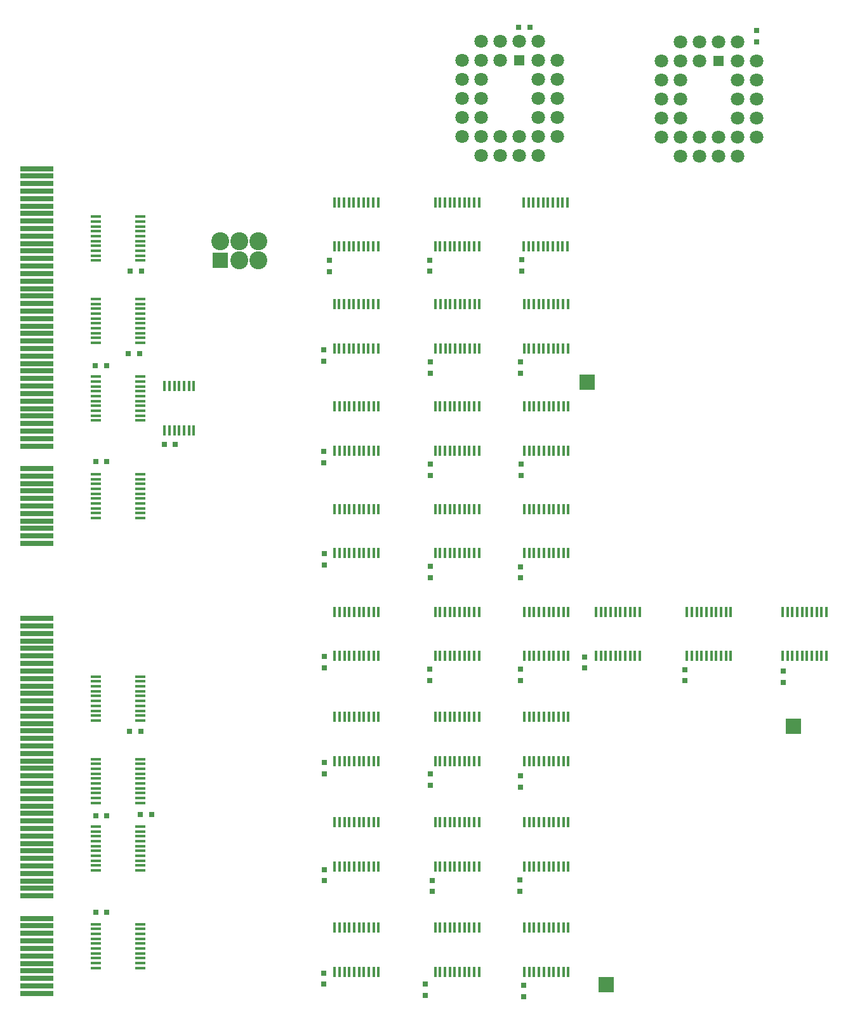
<source format=gbs>
G04 #@! TF.GenerationSoftware,KiCad,Pcbnew,(5.0.0-rc2-35-gda6600525)*
G04 #@! TF.CreationDate,2018-07-07T16:01:35-07:00*
G04 #@! TF.ProjectId,alu,616C752E6B696361645F706362000000,rev?*
G04 #@! TF.SameCoordinates,Original*
G04 #@! TF.FileFunction,Soldermask,Bot*
G04 #@! TF.FilePolarity,Negative*
%FSLAX46Y46*%
G04 Gerber Fmt 4.6, Leading zero omitted, Abs format (unit mm)*
G04 Created by KiCad (PCBNEW (5.0.0-rc2-35-gda6600525)) date 07/07/18 16:01:35*
%MOMM*%
%LPD*%
G01*
G04 APERTURE LIST*
%ADD10R,0.450000X1.450000*%
%ADD11C,1.797000*%
%ADD12R,1.397000X1.397000*%
%ADD13R,0.800000X0.750000*%
%ADD14R,0.750000X0.800000*%
%ADD15R,4.400000X0.700000*%
%ADD16R,1.450000X0.450000*%
%ADD17C,2.400000*%
%ADD18R,2.000000X2.000000*%
G04 APERTURE END LIST*
D10*
G04 #@! TO.C,U31*
X72150000Y-126100000D03*
X72800000Y-126100000D03*
X73450000Y-126100000D03*
X74100000Y-126100000D03*
X74750000Y-126100000D03*
X75400000Y-126100000D03*
X76050000Y-126100000D03*
X76700000Y-126100000D03*
X77350000Y-126100000D03*
X78000000Y-126100000D03*
X78000000Y-132000000D03*
X77350000Y-132000000D03*
X76700000Y-132000000D03*
X76050000Y-132000000D03*
X75400000Y-132000000D03*
X74750000Y-132000000D03*
X74100000Y-132000000D03*
X73450000Y-132000000D03*
X72800000Y-132000000D03*
X72150000Y-132000000D03*
G04 #@! TD*
G04 #@! TO.C,U37*
X46850000Y-160100000D03*
X47500000Y-160100000D03*
X48150000Y-160100000D03*
X48800000Y-160100000D03*
X49450000Y-160100000D03*
X50100000Y-160100000D03*
X50750000Y-160100000D03*
X51400000Y-160100000D03*
X52050000Y-160100000D03*
X52700000Y-160100000D03*
X52700000Y-154200000D03*
X52050000Y-154200000D03*
X51400000Y-154200000D03*
X50750000Y-154200000D03*
X50100000Y-154200000D03*
X49450000Y-154200000D03*
X48800000Y-154200000D03*
X48150000Y-154200000D03*
X47500000Y-154200000D03*
X46850000Y-154200000D03*
G04 #@! TD*
D11*
G04 #@! TO.C,U2*
X74000000Y-36000000D03*
X76540000Y-38540000D03*
X71460000Y-36000000D03*
X74000000Y-38540000D03*
X74000000Y-41080000D03*
X76540000Y-41080000D03*
X74000000Y-43620000D03*
X76540000Y-43620000D03*
X74000000Y-46160000D03*
X76540000Y-46160000D03*
X74000000Y-48700000D03*
X76540000Y-48700000D03*
X74000000Y-51240000D03*
X71460000Y-48700000D03*
X71460000Y-51240000D03*
X68920000Y-48700000D03*
X68920000Y-51240000D03*
X66380000Y-48700000D03*
X66380000Y-51240000D03*
X63840000Y-48700000D03*
X66380000Y-46160000D03*
X63840000Y-46160000D03*
X66380000Y-43620000D03*
X63840000Y-43620000D03*
X66380000Y-41080000D03*
X63840000Y-41080000D03*
X66380000Y-38540000D03*
X63840000Y-38540000D03*
X66380000Y-36000000D03*
X68920000Y-38540000D03*
X68920000Y-36000000D03*
D12*
X71460000Y-38540000D03*
G04 #@! TD*
D13*
G04 #@! TO.C,C2*
X71410000Y-34120000D03*
X72910000Y-34120000D03*
G04 #@! TD*
D14*
G04 #@! TO.C,C3*
X103100000Y-34610000D03*
X103100000Y-36110000D03*
G04 #@! TD*
G04 #@! TO.C,C5*
X46150000Y-66720000D03*
X46150000Y-65220000D03*
G04 #@! TD*
G04 #@! TO.C,C6*
X59560000Y-66690000D03*
X59560000Y-65190000D03*
G04 #@! TD*
G04 #@! TO.C,C7*
X71770000Y-66670000D03*
X71770000Y-65170000D03*
G04 #@! TD*
G04 #@! TO.C,C8*
X80160000Y-118120000D03*
X80160000Y-119620000D03*
G04 #@! TD*
G04 #@! TO.C,C9*
X93580000Y-121320000D03*
X93580000Y-119820000D03*
G04 #@! TD*
G04 #@! TO.C,C10*
X106720000Y-120010000D03*
X106720000Y-121510000D03*
G04 #@! TD*
G04 #@! TO.C,C12*
X45410000Y-77150000D03*
X45410000Y-78650000D03*
G04 #@! TD*
G04 #@! TO.C,C13*
X59590000Y-80300000D03*
X59590000Y-78800000D03*
G04 #@! TD*
G04 #@! TO.C,C14*
X71660000Y-78810000D03*
X71660000Y-80310000D03*
G04 #@! TD*
G04 #@! TO.C,C17*
X45390000Y-92240000D03*
X45390000Y-90740000D03*
G04 #@! TD*
G04 #@! TO.C,C18*
X59580000Y-92400000D03*
X59580000Y-93900000D03*
G04 #@! TD*
G04 #@! TO.C,C19*
X71730000Y-93920000D03*
X71730000Y-92420000D03*
G04 #@! TD*
G04 #@! TO.C,C21*
X45430000Y-104340000D03*
X45430000Y-105840000D03*
G04 #@! TD*
G04 #@! TO.C,C22*
X59570000Y-106080000D03*
X59570000Y-107580000D03*
G04 #@! TD*
G04 #@! TO.C,C23*
X71590000Y-107600000D03*
X71590000Y-106100000D03*
G04 #@! TD*
G04 #@! TO.C,C25*
X45430000Y-119590000D03*
X45430000Y-118090000D03*
G04 #@! TD*
G04 #@! TO.C,C26*
X59550000Y-121270000D03*
X59550000Y-119770000D03*
G04 #@! TD*
G04 #@! TO.C,C27*
X71590000Y-121290000D03*
X71590000Y-119790000D03*
G04 #@! TD*
G04 #@! TO.C,C29*
X45450000Y-133720000D03*
X45450000Y-132220000D03*
G04 #@! TD*
G04 #@! TO.C,C30*
X59590000Y-133760000D03*
X59590000Y-135260000D03*
G04 #@! TD*
G04 #@! TO.C,C31*
X71620000Y-133980000D03*
X71620000Y-135480000D03*
G04 #@! TD*
G04 #@! TO.C,C33*
X45440000Y-147970000D03*
X45440000Y-146470000D03*
G04 #@! TD*
G04 #@! TO.C,C34*
X59840000Y-147920000D03*
X59840000Y-149420000D03*
G04 #@! TD*
G04 #@! TO.C,C35*
X71570000Y-149390000D03*
X71570000Y-147890000D03*
G04 #@! TD*
G04 #@! TO.C,C37*
X45360000Y-161790000D03*
X45360000Y-160290000D03*
G04 #@! TD*
G04 #@! TO.C,C38*
X58930000Y-161790000D03*
X58930000Y-163290000D03*
G04 #@! TD*
G04 #@! TO.C,C39*
X72040000Y-163430000D03*
X72040000Y-161930000D03*
G04 #@! TD*
D13*
G04 #@! TO.C,C41*
X14950000Y-152180000D03*
X16450000Y-152180000D03*
G04 #@! TD*
G04 #@! TO.C,C42*
X25600000Y-89760000D03*
X24100000Y-89760000D03*
G04 #@! TD*
D15*
G04 #@! TO.C,P1*
X7100000Y-163000000D03*
X7100000Y-162000000D03*
X7100000Y-161000000D03*
X7100000Y-160000000D03*
X7100000Y-159000000D03*
X7100000Y-158000000D03*
X7100000Y-157000000D03*
X7100000Y-156000000D03*
X7100000Y-155000000D03*
X7100000Y-154000000D03*
X7100000Y-153000000D03*
X7100000Y-150000000D03*
X7100000Y-149000000D03*
X7100000Y-148000000D03*
X7100000Y-147000000D03*
X7100000Y-146000000D03*
X7100000Y-145000000D03*
X7100000Y-144000000D03*
X7100000Y-143000000D03*
X7100000Y-142000000D03*
X7100000Y-141000000D03*
X7100000Y-140000000D03*
X7100000Y-139000000D03*
X7100000Y-138000000D03*
X7100000Y-137000000D03*
X7100000Y-136000000D03*
X7100000Y-135000000D03*
X7100000Y-134000000D03*
X7100000Y-133000000D03*
X7100000Y-132000000D03*
X7100000Y-131000000D03*
X7100000Y-130000000D03*
X7100000Y-129000000D03*
X7100000Y-128000000D03*
X7100000Y-127000000D03*
X7100000Y-126000000D03*
X7100000Y-125000000D03*
X7100000Y-124000000D03*
X7100000Y-123000000D03*
X7100000Y-122000000D03*
X7100000Y-121000000D03*
X7100000Y-120000000D03*
X7100000Y-119000000D03*
X7100000Y-118000000D03*
X7100000Y-117000000D03*
X7100000Y-116000000D03*
X7100000Y-115000000D03*
X7100000Y-114000000D03*
X7100000Y-113000000D03*
X7100000Y-103000000D03*
X7100000Y-90000000D03*
X7100000Y-102000000D03*
X7100000Y-101000000D03*
X7100000Y-100000000D03*
X7100000Y-99000000D03*
X7100000Y-98000000D03*
X7100000Y-97000000D03*
X7100000Y-96000000D03*
X7100000Y-95000000D03*
X7100000Y-94000000D03*
X7100000Y-93000000D03*
X7100000Y-89000000D03*
X7100000Y-88000000D03*
X7100000Y-87000000D03*
X7100000Y-86000000D03*
X7100000Y-85000000D03*
X7100000Y-84000000D03*
X7100000Y-83000000D03*
X7100000Y-82000000D03*
X7100000Y-81000000D03*
X7100000Y-80000000D03*
X7100000Y-79000000D03*
X7100000Y-78000000D03*
X7100000Y-77000000D03*
X7100000Y-76000000D03*
X7100000Y-75000000D03*
X7100000Y-74000000D03*
X7100000Y-73000000D03*
X7100000Y-72000000D03*
X7100000Y-71000000D03*
X7100000Y-70000000D03*
X7100000Y-69000000D03*
X7100000Y-68000000D03*
X7100000Y-67000000D03*
X7100000Y-66000000D03*
X7100000Y-65000000D03*
X7100000Y-64000000D03*
X7100000Y-63000000D03*
X7100000Y-62000000D03*
X7100000Y-61000000D03*
X7100000Y-60000000D03*
X7100000Y-59000000D03*
X7100000Y-58000000D03*
X7100000Y-57000000D03*
X7100000Y-56000000D03*
X7100000Y-55000000D03*
X7100000Y-54000000D03*
X7100000Y-53000000D03*
G04 #@! TD*
D12*
G04 #@! TO.C,U3*
X98020000Y-38640000D03*
D11*
X95480000Y-36100000D03*
X95480000Y-38640000D03*
X92940000Y-36100000D03*
X90400000Y-38640000D03*
X92940000Y-38640000D03*
X90400000Y-41180000D03*
X92940000Y-41180000D03*
X90400000Y-43720000D03*
X92940000Y-43720000D03*
X90400000Y-46260000D03*
X92940000Y-46260000D03*
X90400000Y-48800000D03*
X92940000Y-51340000D03*
X92940000Y-48800000D03*
X95480000Y-51340000D03*
X95480000Y-48800000D03*
X98020000Y-51340000D03*
X98020000Y-48800000D03*
X100560000Y-51340000D03*
X103100000Y-48800000D03*
X100560000Y-48800000D03*
X103100000Y-46260000D03*
X100560000Y-46260000D03*
X103100000Y-43720000D03*
X100560000Y-43720000D03*
X103100000Y-41180000D03*
X100560000Y-41180000D03*
X100560000Y-38640000D03*
X98020000Y-36100000D03*
X103100000Y-38640000D03*
X100560000Y-36100000D03*
G04 #@! TD*
D10*
G04 #@! TO.C,U5*
X46800000Y-57500000D03*
X47450000Y-57500000D03*
X48100000Y-57500000D03*
X48750000Y-57500000D03*
X49400000Y-57500000D03*
X50050000Y-57500000D03*
X50700000Y-57500000D03*
X51350000Y-57500000D03*
X52000000Y-57500000D03*
X52650000Y-57500000D03*
X52650000Y-63400000D03*
X52000000Y-63400000D03*
X51350000Y-63400000D03*
X50700000Y-63400000D03*
X50050000Y-63400000D03*
X49400000Y-63400000D03*
X48750000Y-63400000D03*
X48100000Y-63400000D03*
X47450000Y-63400000D03*
X46800000Y-63400000D03*
G04 #@! TD*
G04 #@! TO.C,U6*
X60250000Y-63400000D03*
X60900000Y-63400000D03*
X61550000Y-63400000D03*
X62200000Y-63400000D03*
X62850000Y-63400000D03*
X63500000Y-63400000D03*
X64150000Y-63400000D03*
X64800000Y-63400000D03*
X65450000Y-63400000D03*
X66100000Y-63400000D03*
X66100000Y-57500000D03*
X65450000Y-57500000D03*
X64800000Y-57500000D03*
X64150000Y-57500000D03*
X63500000Y-57500000D03*
X62850000Y-57500000D03*
X62200000Y-57500000D03*
X61550000Y-57500000D03*
X60900000Y-57500000D03*
X60250000Y-57500000D03*
G04 #@! TD*
G04 #@! TO.C,U7*
X72050000Y-57500000D03*
X72700000Y-57500000D03*
X73350000Y-57500000D03*
X74000000Y-57500000D03*
X74650000Y-57500000D03*
X75300000Y-57500000D03*
X75950000Y-57500000D03*
X76600000Y-57500000D03*
X77250000Y-57500000D03*
X77900000Y-57500000D03*
X77900000Y-63400000D03*
X77250000Y-63400000D03*
X76600000Y-63400000D03*
X75950000Y-63400000D03*
X75300000Y-63400000D03*
X74650000Y-63400000D03*
X74000000Y-63400000D03*
X73350000Y-63400000D03*
X72700000Y-63400000D03*
X72050000Y-63400000D03*
G04 #@! TD*
G04 #@! TO.C,U8*
X81693320Y-112100000D03*
X82343320Y-112100000D03*
X82993320Y-112100000D03*
X83643320Y-112100000D03*
X84293320Y-112100000D03*
X84943320Y-112100000D03*
X85593320Y-112100000D03*
X86243320Y-112100000D03*
X86893320Y-112100000D03*
X87543320Y-112100000D03*
X87543320Y-118000000D03*
X86893320Y-118000000D03*
X86243320Y-118000000D03*
X85593320Y-118000000D03*
X84943320Y-118000000D03*
X84293320Y-118000000D03*
X83643320Y-118000000D03*
X82993320Y-118000000D03*
X82343320Y-118000000D03*
X81693320Y-118000000D03*
G04 #@! TD*
G04 #@! TO.C,U9*
X93843320Y-118000000D03*
X94493320Y-118000000D03*
X95143320Y-118000000D03*
X95793320Y-118000000D03*
X96443320Y-118000000D03*
X97093320Y-118000000D03*
X97743320Y-118000000D03*
X98393320Y-118000000D03*
X99043320Y-118000000D03*
X99693320Y-118000000D03*
X99693320Y-112100000D03*
X99043320Y-112100000D03*
X98393320Y-112100000D03*
X97743320Y-112100000D03*
X97093320Y-112100000D03*
X96443320Y-112100000D03*
X95793320Y-112100000D03*
X95143320Y-112100000D03*
X94493320Y-112100000D03*
X93843320Y-112100000D03*
G04 #@! TD*
G04 #@! TO.C,U10*
X106600000Y-112100000D03*
X107250000Y-112100000D03*
X107900000Y-112100000D03*
X108550000Y-112100000D03*
X109200000Y-112100000D03*
X109850000Y-112100000D03*
X110500000Y-112100000D03*
X111150000Y-112100000D03*
X111800000Y-112100000D03*
X112450000Y-112100000D03*
X112450000Y-118000000D03*
X111800000Y-118000000D03*
X111150000Y-118000000D03*
X110500000Y-118000000D03*
X109850000Y-118000000D03*
X109200000Y-118000000D03*
X108550000Y-118000000D03*
X107900000Y-118000000D03*
X107250000Y-118000000D03*
X106600000Y-118000000D03*
G04 #@! TD*
G04 #@! TO.C,U12*
X46800000Y-71100000D03*
X47450000Y-71100000D03*
X48100000Y-71100000D03*
X48750000Y-71100000D03*
X49400000Y-71100000D03*
X50050000Y-71100000D03*
X50700000Y-71100000D03*
X51350000Y-71100000D03*
X52000000Y-71100000D03*
X52650000Y-71100000D03*
X52650000Y-77000000D03*
X52000000Y-77000000D03*
X51350000Y-77000000D03*
X50700000Y-77000000D03*
X50050000Y-77000000D03*
X49400000Y-77000000D03*
X48750000Y-77000000D03*
X48100000Y-77000000D03*
X47450000Y-77000000D03*
X46800000Y-77000000D03*
G04 #@! TD*
G04 #@! TO.C,U13*
X60300000Y-77000000D03*
X60950000Y-77000000D03*
X61600000Y-77000000D03*
X62250000Y-77000000D03*
X62900000Y-77000000D03*
X63550000Y-77000000D03*
X64200000Y-77000000D03*
X64850000Y-77000000D03*
X65500000Y-77000000D03*
X66150000Y-77000000D03*
X66150000Y-71100000D03*
X65500000Y-71100000D03*
X64850000Y-71100000D03*
X64200000Y-71100000D03*
X63550000Y-71100000D03*
X62900000Y-71100000D03*
X62250000Y-71100000D03*
X61600000Y-71100000D03*
X60950000Y-71100000D03*
X60300000Y-71100000D03*
G04 #@! TD*
G04 #@! TO.C,U14*
X72100000Y-71100000D03*
X72750000Y-71100000D03*
X73400000Y-71100000D03*
X74050000Y-71100000D03*
X74700000Y-71100000D03*
X75350000Y-71100000D03*
X76000000Y-71100000D03*
X76650000Y-71100000D03*
X77300000Y-71100000D03*
X77950000Y-71100000D03*
X77950000Y-77000000D03*
X77300000Y-77000000D03*
X76650000Y-77000000D03*
X76000000Y-77000000D03*
X75350000Y-77000000D03*
X74700000Y-77000000D03*
X74050000Y-77000000D03*
X73400000Y-77000000D03*
X72750000Y-77000000D03*
X72100000Y-77000000D03*
G04 #@! TD*
G04 #@! TO.C,U17*
X46850000Y-90600000D03*
X47500000Y-90600000D03*
X48150000Y-90600000D03*
X48800000Y-90600000D03*
X49450000Y-90600000D03*
X50100000Y-90600000D03*
X50750000Y-90600000D03*
X51400000Y-90600000D03*
X52050000Y-90600000D03*
X52700000Y-90600000D03*
X52700000Y-84700000D03*
X52050000Y-84700000D03*
X51400000Y-84700000D03*
X50750000Y-84700000D03*
X50100000Y-84700000D03*
X49450000Y-84700000D03*
X48800000Y-84700000D03*
X48150000Y-84700000D03*
X47500000Y-84700000D03*
X46850000Y-84700000D03*
G04 #@! TD*
G04 #@! TO.C,U18*
X60250000Y-84700000D03*
X60900000Y-84700000D03*
X61550000Y-84700000D03*
X62200000Y-84700000D03*
X62850000Y-84700000D03*
X63500000Y-84700000D03*
X64150000Y-84700000D03*
X64800000Y-84700000D03*
X65450000Y-84700000D03*
X66100000Y-84700000D03*
X66100000Y-90600000D03*
X65450000Y-90600000D03*
X64800000Y-90600000D03*
X64150000Y-90600000D03*
X63500000Y-90600000D03*
X62850000Y-90600000D03*
X62200000Y-90600000D03*
X61550000Y-90600000D03*
X60900000Y-90600000D03*
X60250000Y-90600000D03*
G04 #@! TD*
G04 #@! TO.C,U19*
X72150000Y-90600000D03*
X72800000Y-90600000D03*
X73450000Y-90600000D03*
X74100000Y-90600000D03*
X74750000Y-90600000D03*
X75400000Y-90600000D03*
X76050000Y-90600000D03*
X76700000Y-90600000D03*
X77350000Y-90600000D03*
X78000000Y-90600000D03*
X78000000Y-84700000D03*
X77350000Y-84700000D03*
X76700000Y-84700000D03*
X76050000Y-84700000D03*
X75400000Y-84700000D03*
X74750000Y-84700000D03*
X74100000Y-84700000D03*
X73450000Y-84700000D03*
X72800000Y-84700000D03*
X72150000Y-84700000D03*
G04 #@! TD*
G04 #@! TO.C,U21*
X46850000Y-104300000D03*
X47500000Y-104300000D03*
X48150000Y-104300000D03*
X48800000Y-104300000D03*
X49450000Y-104300000D03*
X50100000Y-104300000D03*
X50750000Y-104300000D03*
X51400000Y-104300000D03*
X52050000Y-104300000D03*
X52700000Y-104300000D03*
X52700000Y-98400000D03*
X52050000Y-98400000D03*
X51400000Y-98400000D03*
X50750000Y-98400000D03*
X50100000Y-98400000D03*
X49450000Y-98400000D03*
X48800000Y-98400000D03*
X48150000Y-98400000D03*
X47500000Y-98400000D03*
X46850000Y-98400000D03*
G04 #@! TD*
G04 #@! TO.C,U22*
X60250000Y-98400000D03*
X60900000Y-98400000D03*
X61550000Y-98400000D03*
X62200000Y-98400000D03*
X62850000Y-98400000D03*
X63500000Y-98400000D03*
X64150000Y-98400000D03*
X64800000Y-98400000D03*
X65450000Y-98400000D03*
X66100000Y-98400000D03*
X66100000Y-104300000D03*
X65450000Y-104300000D03*
X64800000Y-104300000D03*
X64150000Y-104300000D03*
X63500000Y-104300000D03*
X62850000Y-104300000D03*
X62200000Y-104300000D03*
X61550000Y-104300000D03*
X60900000Y-104300000D03*
X60250000Y-104300000D03*
G04 #@! TD*
G04 #@! TO.C,U23*
X72150000Y-104300000D03*
X72800000Y-104300000D03*
X73450000Y-104300000D03*
X74100000Y-104300000D03*
X74750000Y-104300000D03*
X75400000Y-104300000D03*
X76050000Y-104300000D03*
X76700000Y-104300000D03*
X77350000Y-104300000D03*
X78000000Y-104300000D03*
X78000000Y-98400000D03*
X77350000Y-98400000D03*
X76700000Y-98400000D03*
X76050000Y-98400000D03*
X75400000Y-98400000D03*
X74750000Y-98400000D03*
X74100000Y-98400000D03*
X73450000Y-98400000D03*
X72800000Y-98400000D03*
X72150000Y-98400000D03*
G04 #@! TD*
G04 #@! TO.C,U25*
X46850000Y-112100000D03*
X47500000Y-112100000D03*
X48150000Y-112100000D03*
X48800000Y-112100000D03*
X49450000Y-112100000D03*
X50100000Y-112100000D03*
X50750000Y-112100000D03*
X51400000Y-112100000D03*
X52050000Y-112100000D03*
X52700000Y-112100000D03*
X52700000Y-118000000D03*
X52050000Y-118000000D03*
X51400000Y-118000000D03*
X50750000Y-118000000D03*
X50100000Y-118000000D03*
X49450000Y-118000000D03*
X48800000Y-118000000D03*
X48150000Y-118000000D03*
X47500000Y-118000000D03*
X46850000Y-118000000D03*
G04 #@! TD*
G04 #@! TO.C,U26*
X60250000Y-118000000D03*
X60900000Y-118000000D03*
X61550000Y-118000000D03*
X62200000Y-118000000D03*
X62850000Y-118000000D03*
X63500000Y-118000000D03*
X64150000Y-118000000D03*
X64800000Y-118000000D03*
X65450000Y-118000000D03*
X66100000Y-118000000D03*
X66100000Y-112100000D03*
X65450000Y-112100000D03*
X64800000Y-112100000D03*
X64150000Y-112100000D03*
X63500000Y-112100000D03*
X62850000Y-112100000D03*
X62200000Y-112100000D03*
X61550000Y-112100000D03*
X60900000Y-112100000D03*
X60250000Y-112100000D03*
G04 #@! TD*
G04 #@! TO.C,U27*
X72150000Y-112100000D03*
X72800000Y-112100000D03*
X73450000Y-112100000D03*
X74100000Y-112100000D03*
X74750000Y-112100000D03*
X75400000Y-112100000D03*
X76050000Y-112100000D03*
X76700000Y-112100000D03*
X77350000Y-112100000D03*
X78000000Y-112100000D03*
X78000000Y-118000000D03*
X77350000Y-118000000D03*
X76700000Y-118000000D03*
X76050000Y-118000000D03*
X75400000Y-118000000D03*
X74750000Y-118000000D03*
X74100000Y-118000000D03*
X73450000Y-118000000D03*
X72800000Y-118000000D03*
X72150000Y-118000000D03*
G04 #@! TD*
G04 #@! TO.C,U29*
X46850000Y-132000000D03*
X47500000Y-132000000D03*
X48150000Y-132000000D03*
X48800000Y-132000000D03*
X49450000Y-132000000D03*
X50100000Y-132000000D03*
X50750000Y-132000000D03*
X51400000Y-132000000D03*
X52050000Y-132000000D03*
X52700000Y-132000000D03*
X52700000Y-126100000D03*
X52050000Y-126100000D03*
X51400000Y-126100000D03*
X50750000Y-126100000D03*
X50100000Y-126100000D03*
X49450000Y-126100000D03*
X48800000Y-126100000D03*
X48150000Y-126100000D03*
X47500000Y-126100000D03*
X46850000Y-126100000D03*
G04 #@! TD*
G04 #@! TO.C,U30*
X60250000Y-126100000D03*
X60900000Y-126100000D03*
X61550000Y-126100000D03*
X62200000Y-126100000D03*
X62850000Y-126100000D03*
X63500000Y-126100000D03*
X64150000Y-126100000D03*
X64800000Y-126100000D03*
X65450000Y-126100000D03*
X66100000Y-126100000D03*
X66100000Y-132000000D03*
X65450000Y-132000000D03*
X64800000Y-132000000D03*
X64150000Y-132000000D03*
X63500000Y-132000000D03*
X62850000Y-132000000D03*
X62200000Y-132000000D03*
X61550000Y-132000000D03*
X60900000Y-132000000D03*
X60250000Y-132000000D03*
G04 #@! TD*
G04 #@! TO.C,U33*
X46850000Y-146100000D03*
X47500000Y-146100000D03*
X48150000Y-146100000D03*
X48800000Y-146100000D03*
X49450000Y-146100000D03*
X50100000Y-146100000D03*
X50750000Y-146100000D03*
X51400000Y-146100000D03*
X52050000Y-146100000D03*
X52700000Y-146100000D03*
X52700000Y-140200000D03*
X52050000Y-140200000D03*
X51400000Y-140200000D03*
X50750000Y-140200000D03*
X50100000Y-140200000D03*
X49450000Y-140200000D03*
X48800000Y-140200000D03*
X48150000Y-140200000D03*
X47500000Y-140200000D03*
X46850000Y-140200000D03*
G04 #@! TD*
G04 #@! TO.C,U34*
X60250000Y-146100000D03*
X60900000Y-146100000D03*
X61550000Y-146100000D03*
X62200000Y-146100000D03*
X62850000Y-146100000D03*
X63500000Y-146100000D03*
X64150000Y-146100000D03*
X64800000Y-146100000D03*
X65450000Y-146100000D03*
X66100000Y-146100000D03*
X66100000Y-140200000D03*
X65450000Y-140200000D03*
X64800000Y-140200000D03*
X64150000Y-140200000D03*
X63500000Y-140200000D03*
X62850000Y-140200000D03*
X62200000Y-140200000D03*
X61550000Y-140200000D03*
X60900000Y-140200000D03*
X60250000Y-140200000D03*
G04 #@! TD*
G04 #@! TO.C,U35*
X72150000Y-140200000D03*
X72800000Y-140200000D03*
X73450000Y-140200000D03*
X74100000Y-140200000D03*
X74750000Y-140200000D03*
X75400000Y-140200000D03*
X76050000Y-140200000D03*
X76700000Y-140200000D03*
X77350000Y-140200000D03*
X78000000Y-140200000D03*
X78000000Y-146100000D03*
X77350000Y-146100000D03*
X76700000Y-146100000D03*
X76050000Y-146100000D03*
X75400000Y-146100000D03*
X74750000Y-146100000D03*
X74100000Y-146100000D03*
X73450000Y-146100000D03*
X72800000Y-146100000D03*
X72150000Y-146100000D03*
G04 #@! TD*
G04 #@! TO.C,U38*
X60250000Y-160100000D03*
X60900000Y-160100000D03*
X61550000Y-160100000D03*
X62200000Y-160100000D03*
X62850000Y-160100000D03*
X63500000Y-160100000D03*
X64150000Y-160100000D03*
X64800000Y-160100000D03*
X65450000Y-160100000D03*
X66100000Y-160100000D03*
X66100000Y-154200000D03*
X65450000Y-154200000D03*
X64800000Y-154200000D03*
X64150000Y-154200000D03*
X63500000Y-154200000D03*
X62850000Y-154200000D03*
X62200000Y-154200000D03*
X61550000Y-154200000D03*
X60900000Y-154200000D03*
X60250000Y-154200000D03*
G04 #@! TD*
G04 #@! TO.C,U39*
X72150000Y-154200000D03*
X72800000Y-154200000D03*
X73450000Y-154200000D03*
X74100000Y-154200000D03*
X74750000Y-154200000D03*
X75400000Y-154200000D03*
X76050000Y-154200000D03*
X76700000Y-154200000D03*
X77350000Y-154200000D03*
X78000000Y-154200000D03*
X78000000Y-160100000D03*
X77350000Y-160100000D03*
X76700000Y-160100000D03*
X76050000Y-160100000D03*
X75400000Y-160100000D03*
X74750000Y-160100000D03*
X74100000Y-160100000D03*
X73450000Y-160100000D03*
X72800000Y-160100000D03*
X72150000Y-160100000D03*
G04 #@! TD*
D16*
G04 #@! TO.C,U41*
X15000000Y-153750000D03*
X15000000Y-154400000D03*
X15000000Y-155050000D03*
X15000000Y-155700000D03*
X15000000Y-156350000D03*
X15000000Y-157000000D03*
X15000000Y-157650000D03*
X15000000Y-158300000D03*
X15000000Y-158950000D03*
X15000000Y-159600000D03*
X20900000Y-159600000D03*
X20900000Y-158950000D03*
X20900000Y-158300000D03*
X20900000Y-157650000D03*
X20900000Y-157000000D03*
X20900000Y-156350000D03*
X20900000Y-155700000D03*
X20900000Y-155050000D03*
X20900000Y-154400000D03*
X20900000Y-153750000D03*
G04 #@! TD*
D10*
G04 #@! TO.C,U42*
X24150000Y-87900000D03*
X24800000Y-87900000D03*
X25450000Y-87900000D03*
X26100000Y-87900000D03*
X26750000Y-87900000D03*
X27400000Y-87900000D03*
X28050000Y-87900000D03*
X28050000Y-82000000D03*
X27400000Y-82000000D03*
X26750000Y-82000000D03*
X26100000Y-82000000D03*
X25450000Y-82000000D03*
X24800000Y-82000000D03*
X24150000Y-82000000D03*
G04 #@! TD*
D13*
G04 #@! TO.C,C45*
X16460000Y-139270000D03*
X14960000Y-139270000D03*
G04 #@! TD*
G04 #@! TO.C,C48*
X22450000Y-139160000D03*
X20950000Y-139160000D03*
G04 #@! TD*
G04 #@! TO.C,C49*
X21010000Y-128080000D03*
X19510000Y-128080000D03*
G04 #@! TD*
G04 #@! TO.C,C50*
X16460000Y-92060000D03*
X14960000Y-92060000D03*
G04 #@! TD*
G04 #@! TO.C,C52*
X16430000Y-79320000D03*
X14930000Y-79320000D03*
G04 #@! TD*
G04 #@! TO.C,C54*
X19300000Y-77640000D03*
X20800000Y-77640000D03*
G04 #@! TD*
G04 #@! TO.C,C55*
X21070000Y-66700000D03*
X19570000Y-66700000D03*
G04 #@! TD*
D16*
G04 #@! TO.C,U45*
X20900000Y-140750000D03*
X20900000Y-141400000D03*
X20900000Y-142050000D03*
X20900000Y-142700000D03*
X20900000Y-143350000D03*
X20900000Y-144000000D03*
X20900000Y-144650000D03*
X20900000Y-145300000D03*
X20900000Y-145950000D03*
X20900000Y-146600000D03*
X15000000Y-146600000D03*
X15000000Y-145950000D03*
X15000000Y-145300000D03*
X15000000Y-144650000D03*
X15000000Y-144000000D03*
X15000000Y-143350000D03*
X15000000Y-142700000D03*
X15000000Y-142050000D03*
X15000000Y-141400000D03*
X15000000Y-140750000D03*
G04 #@! TD*
G04 #@! TO.C,U48*
X20900000Y-137600000D03*
X20900000Y-136950000D03*
X20900000Y-136300000D03*
X20900000Y-135650000D03*
X20900000Y-135000000D03*
X20900000Y-134350000D03*
X20900000Y-133700000D03*
X20900000Y-133050000D03*
X20900000Y-132400000D03*
X20900000Y-131750000D03*
X15000000Y-131750000D03*
X15000000Y-132400000D03*
X15000000Y-133050000D03*
X15000000Y-133700000D03*
X15000000Y-134350000D03*
X15000000Y-135000000D03*
X15000000Y-135650000D03*
X15000000Y-136300000D03*
X15000000Y-136950000D03*
X15000000Y-137600000D03*
G04 #@! TD*
G04 #@! TO.C,U49*
X15000000Y-126600000D03*
X15000000Y-125950000D03*
X15000000Y-125300000D03*
X15000000Y-124650000D03*
X15000000Y-124000000D03*
X15000000Y-123350000D03*
X15000000Y-122700000D03*
X15000000Y-122050000D03*
X15000000Y-121400000D03*
X15000000Y-120750000D03*
X20900000Y-120750000D03*
X20900000Y-121400000D03*
X20900000Y-122050000D03*
X20900000Y-122700000D03*
X20900000Y-123350000D03*
X20900000Y-124000000D03*
X20900000Y-124650000D03*
X20900000Y-125300000D03*
X20900000Y-125950000D03*
X20900000Y-126600000D03*
G04 #@! TD*
G04 #@! TO.C,U50*
X15000000Y-93750000D03*
X15000000Y-94400000D03*
X15000000Y-95050000D03*
X15000000Y-95700000D03*
X15000000Y-96350000D03*
X15000000Y-97000000D03*
X15000000Y-97650000D03*
X15000000Y-98300000D03*
X15000000Y-98950000D03*
X15000000Y-99600000D03*
X20900000Y-99600000D03*
X20900000Y-98950000D03*
X20900000Y-98300000D03*
X20900000Y-97650000D03*
X20900000Y-97000000D03*
X20900000Y-96350000D03*
X20900000Y-95700000D03*
X20900000Y-95050000D03*
X20900000Y-94400000D03*
X20900000Y-93750000D03*
G04 #@! TD*
G04 #@! TO.C,U52*
X15000000Y-80750000D03*
X15000000Y-81400000D03*
X15000000Y-82050000D03*
X15000000Y-82700000D03*
X15000000Y-83350000D03*
X15000000Y-84000000D03*
X15000000Y-84650000D03*
X15000000Y-85300000D03*
X15000000Y-85950000D03*
X15000000Y-86600000D03*
X20900000Y-86600000D03*
X20900000Y-85950000D03*
X20900000Y-85300000D03*
X20900000Y-84650000D03*
X20900000Y-84000000D03*
X20900000Y-83350000D03*
X20900000Y-82700000D03*
X20900000Y-82050000D03*
X20900000Y-81400000D03*
X20900000Y-80750000D03*
G04 #@! TD*
G04 #@! TO.C,U54*
X15000000Y-76250000D03*
X15000000Y-75600000D03*
X15000000Y-74950000D03*
X15000000Y-74300000D03*
X15000000Y-73650000D03*
X15000000Y-73000000D03*
X15000000Y-72350000D03*
X15000000Y-71700000D03*
X15000000Y-71050000D03*
X15000000Y-70400000D03*
X20900000Y-70400000D03*
X20900000Y-71050000D03*
X20900000Y-71700000D03*
X20900000Y-72350000D03*
X20900000Y-73000000D03*
X20900000Y-73650000D03*
X20900000Y-74300000D03*
X20900000Y-74950000D03*
X20900000Y-75600000D03*
X20900000Y-76250000D03*
G04 #@! TD*
G04 #@! TO.C,U55*
X20900000Y-65250000D03*
X20900000Y-64600000D03*
X20900000Y-63950000D03*
X20900000Y-63300000D03*
X20900000Y-62650000D03*
X20900000Y-62000000D03*
X20900000Y-61350000D03*
X20900000Y-60700000D03*
X20900000Y-60050000D03*
X20900000Y-59400000D03*
X15000000Y-59400000D03*
X15000000Y-60050000D03*
X15000000Y-60700000D03*
X15000000Y-61350000D03*
X15000000Y-62000000D03*
X15000000Y-62650000D03*
X15000000Y-63300000D03*
X15000000Y-63950000D03*
X15000000Y-64600000D03*
X15000000Y-65250000D03*
G04 #@! TD*
D17*
G04 #@! TO.C,J1*
X36630000Y-62690000D03*
X34090000Y-62690000D03*
X31550000Y-62690000D03*
X36630000Y-65230000D03*
X34090000Y-65230000D03*
D18*
X31550000Y-65230000D03*
G04 #@! TD*
G04 #@! TO.C,J2*
X83100000Y-161800000D03*
G04 #@! TD*
G04 #@! TO.C,J3*
X80500000Y-81500000D03*
G04 #@! TD*
G04 #@! TO.C,J4*
X108000000Y-127400000D03*
G04 #@! TD*
M02*

</source>
